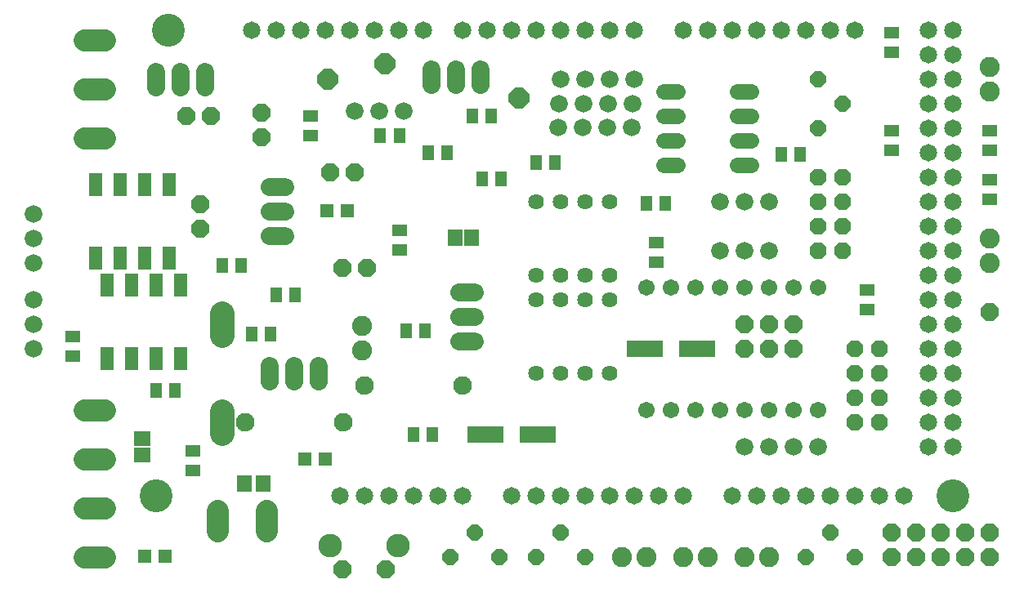
<source format=gts>
G75*
G70*
%OFA0B0*%
%FSLAX24Y24*%
%IPPOS*%
%LPD*%
%AMOC8*
5,1,8,0,0,1.08239X$1,22.5*
%
%ADD10C,0.0720*%
%ADD11C,0.0720*%
%ADD12R,0.0631X0.0513*%
%ADD13R,0.0513X0.0631*%
%ADD14C,0.0760*%
%ADD15C,0.0714*%
%ADD16C,0.1340*%
%ADD17R,0.0552X0.0552*%
%ADD18R,0.1458X0.0710*%
%ADD19OC8,0.0840*%
%ADD20C,0.0986*%
%ADD21OC8,0.0720*%
%ADD22OC8,0.0674*%
%ADD23C,0.0674*%
%ADD24R,0.0592X0.0671*%
%ADD25R,0.0592X0.0710*%
%ADD26R,0.0671X0.0592*%
%ADD27C,0.0965*%
%ADD28C,0.0820*%
%ADD29C,0.0905*%
%ADD30C,0.0640*%
%ADD31OC8,0.0640*%
%ADD32C,0.0640*%
%ADD33R,0.0552X0.0946*%
%ADD34OC8,0.0710*%
D10*
X007433Y016650D03*
X007433Y017650D03*
X007433Y018650D03*
X007433Y020150D03*
X007433Y021150D03*
X007433Y022150D03*
X020533Y026350D03*
X021533Y026350D03*
X022533Y026350D03*
X028833Y025700D03*
X028883Y026650D03*
X029883Y026650D03*
X029833Y025700D03*
X030833Y025700D03*
X030883Y026650D03*
X031883Y026650D03*
X031833Y025700D03*
X031933Y027650D03*
X030933Y027650D03*
X029933Y027650D03*
X028933Y027650D03*
X035433Y022650D03*
X036433Y022650D03*
X037433Y022650D03*
X037433Y020650D03*
X036433Y020650D03*
X035433Y020650D03*
X036433Y012650D03*
X037433Y012650D03*
X038433Y012650D03*
X039433Y012650D03*
D11*
X025453Y016950D02*
X024813Y016950D01*
X024813Y017950D02*
X025453Y017950D01*
X025453Y018950D02*
X024813Y018950D01*
X019083Y015970D02*
X019083Y015330D01*
X018083Y015330D02*
X018083Y015970D01*
X017083Y015970D02*
X017083Y015330D01*
X017063Y021250D02*
X017703Y021250D01*
X017703Y022250D02*
X017063Y022250D01*
X017063Y023250D02*
X017703Y023250D01*
X014433Y027330D02*
X014433Y027970D01*
X013433Y027970D02*
X013433Y027330D01*
X012433Y027330D02*
X012433Y027970D01*
X023683Y028070D02*
X023683Y027430D01*
X024683Y027430D02*
X024683Y028070D01*
X025683Y028070D02*
X025683Y027430D01*
D12*
X018733Y026144D03*
X018733Y025356D03*
X022383Y021494D03*
X022383Y020706D03*
X032833Y020994D03*
X032833Y020206D03*
X041433Y019044D03*
X041433Y018256D03*
X046433Y022756D03*
X046433Y023544D03*
X046433Y024756D03*
X046433Y025544D03*
X042433Y025544D03*
X042433Y024756D03*
X042433Y028756D03*
X042433Y029544D03*
X013933Y012494D03*
X013933Y011706D03*
X009033Y016356D03*
X009033Y017144D03*
D13*
X012440Y014950D03*
X013227Y014950D03*
X016340Y017250D03*
X017127Y017250D03*
X017340Y018850D03*
X018127Y018850D03*
X015927Y020050D03*
X015140Y020050D03*
X022640Y017400D03*
X023427Y017400D03*
X023727Y013150D03*
X022940Y013150D03*
X032440Y022600D03*
X033227Y022600D03*
X028727Y024250D03*
X027940Y024250D03*
X026527Y023600D03*
X025740Y023600D03*
X024327Y024650D03*
X023540Y024650D03*
X022377Y025350D03*
X021590Y025350D03*
X025340Y026150D03*
X026127Y026150D03*
X037940Y024600D03*
X038727Y024600D03*
D14*
X024933Y015150D03*
X020933Y015150D03*
X020083Y013650D03*
X016083Y013650D03*
D15*
X019933Y010650D03*
X020933Y010650D03*
X021933Y010650D03*
X022933Y010650D03*
X023933Y010650D03*
X024933Y010650D03*
X026933Y010650D03*
X027933Y010650D03*
X028933Y010650D03*
X029933Y010650D03*
X030933Y010650D03*
X031933Y010650D03*
X032933Y010650D03*
X033933Y010650D03*
X035933Y010650D03*
X036933Y010650D03*
X037933Y010650D03*
X038933Y010650D03*
X039933Y010650D03*
X040933Y010650D03*
X041933Y010650D03*
X042933Y010650D03*
X043933Y012650D03*
X043933Y013650D03*
X044933Y013650D03*
X044933Y012650D03*
X044933Y014650D03*
X043933Y014650D03*
X043933Y015650D03*
X043933Y016650D03*
X044933Y016650D03*
X044933Y015650D03*
X044933Y017650D03*
X043933Y017650D03*
X043933Y018650D03*
X043933Y019650D03*
X044933Y019650D03*
X044933Y018650D03*
X044933Y020650D03*
X043933Y020650D03*
X043933Y021650D03*
X044933Y021650D03*
X044933Y022650D03*
X043933Y022650D03*
X043933Y023650D03*
X044933Y023650D03*
X044933Y024650D03*
X043933Y024650D03*
X043933Y025650D03*
X043933Y026650D03*
X044933Y026650D03*
X044933Y025650D03*
X044933Y027650D03*
X043933Y027650D03*
X043933Y028650D03*
X043933Y029650D03*
X044933Y029650D03*
X044933Y028650D03*
X040933Y029650D03*
X039933Y029650D03*
X038933Y029650D03*
X037933Y029650D03*
X036933Y029650D03*
X035933Y029650D03*
X034933Y029650D03*
X033933Y029650D03*
X031933Y029650D03*
X030933Y029650D03*
X029933Y029650D03*
X028933Y029650D03*
X027933Y029650D03*
X026933Y029650D03*
X025933Y029650D03*
X024933Y029650D03*
X023333Y029650D03*
X022333Y029650D03*
X021333Y029650D03*
X020333Y029650D03*
X019333Y029650D03*
X018333Y029650D03*
X017333Y029650D03*
X016333Y029650D03*
D16*
X012933Y029650D03*
X012433Y010650D03*
X044933Y010650D03*
D17*
X020247Y022300D03*
X019420Y022300D03*
X019347Y012150D03*
X018520Y012150D03*
X012797Y008200D03*
X011970Y008200D03*
D18*
X025870Y013150D03*
X027996Y013150D03*
X032370Y016650D03*
X034496Y016650D03*
D19*
X027233Y026900D03*
X021783Y028300D03*
X019433Y027650D03*
D20*
X015133Y018103D02*
X015133Y017197D01*
X015133Y014103D02*
X015133Y013197D01*
D21*
X020043Y007660D03*
X021823Y007660D03*
X036433Y016650D03*
X037433Y016650D03*
X038433Y016650D03*
X038433Y017650D03*
X037433Y017650D03*
X036433Y017650D03*
X046433Y018150D03*
X046433Y009150D03*
X045433Y009150D03*
X044433Y009150D03*
X043433Y009150D03*
X042433Y009150D03*
X042433Y008150D03*
X043433Y008150D03*
X044433Y008150D03*
X045433Y008150D03*
X046433Y008150D03*
D22*
X041933Y013650D03*
X040933Y013650D03*
X040933Y014650D03*
X041933Y014650D03*
X041933Y015650D03*
X040933Y015650D03*
X040933Y016650D03*
X041933Y016650D03*
X040433Y020650D03*
X039433Y020650D03*
X039433Y021650D03*
X040433Y021650D03*
X040433Y022650D03*
X039433Y022650D03*
X039433Y023650D03*
X040433Y023650D03*
D23*
X039433Y019150D03*
X038433Y019150D03*
X037433Y019150D03*
X036433Y019150D03*
X035433Y019150D03*
X034433Y019150D03*
X033433Y019150D03*
X032433Y019150D03*
X032433Y014150D03*
X033433Y014150D03*
X034433Y014150D03*
X035433Y014150D03*
X036433Y014150D03*
X037433Y014150D03*
X038433Y014150D03*
X039433Y014150D03*
D24*
X025318Y021200D03*
X024649Y021200D03*
D25*
X016807Y011150D03*
X016059Y011150D03*
D26*
X011883Y012315D03*
X011883Y012985D03*
D27*
X019553Y008640D03*
X022313Y008640D03*
D28*
X031433Y008150D03*
X032433Y008150D03*
X033933Y008150D03*
X034933Y008150D03*
X036433Y008150D03*
X037433Y008150D03*
X020833Y016600D03*
X020833Y017600D03*
X046433Y020150D03*
X046433Y021150D03*
X046433Y027150D03*
X046433Y028150D03*
D29*
X010346Y008150D02*
X009521Y008150D01*
X009521Y010150D02*
X010346Y010150D01*
X010346Y012150D02*
X009521Y012150D01*
X009521Y014150D02*
X010346Y014150D01*
X014933Y010063D02*
X014933Y009238D01*
X016933Y009238D02*
X016933Y010063D01*
X010346Y025250D02*
X009521Y025250D01*
X009521Y027250D02*
X010346Y027250D01*
X010346Y029250D02*
X009521Y029250D01*
D30*
X033153Y027150D02*
X033713Y027150D01*
X033713Y026150D02*
X033153Y026150D01*
X033153Y025150D02*
X033713Y025150D01*
X033713Y024150D02*
X033153Y024150D01*
X036153Y024150D02*
X036713Y024150D01*
X036713Y025150D02*
X036153Y025150D01*
X036153Y026150D02*
X036713Y026150D01*
X036713Y027150D02*
X036153Y027150D01*
D31*
X039433Y027650D03*
X040433Y026650D03*
X039433Y025650D03*
X039933Y009150D03*
X038933Y008150D03*
X040933Y008150D03*
X029933Y008150D03*
X028933Y009150D03*
X027933Y008150D03*
X026433Y008150D03*
X025433Y009150D03*
X024433Y008150D03*
D32*
X027933Y015650D03*
X028933Y015650D03*
X029933Y015650D03*
X030933Y015650D03*
X030933Y018650D03*
X029933Y018650D03*
X028933Y018650D03*
X027933Y018650D03*
X027933Y019650D03*
X028933Y019650D03*
X029933Y019650D03*
X030933Y019650D03*
X030933Y022650D03*
X029933Y022650D03*
X028933Y022650D03*
X027933Y022650D03*
D33*
X013433Y019246D03*
X012433Y019246D03*
X011433Y019246D03*
X010433Y019246D03*
X009983Y020354D03*
X010983Y020354D03*
X011983Y020354D03*
X012983Y020354D03*
X012983Y023346D03*
X011983Y023346D03*
X010983Y023346D03*
X009983Y023346D03*
X010433Y016254D03*
X011433Y016254D03*
X012433Y016254D03*
X013433Y016254D03*
D34*
X020033Y019950D03*
X021033Y019950D03*
X020533Y023850D03*
X019533Y023850D03*
X016733Y025300D03*
X016733Y026300D03*
X014683Y026150D03*
X013683Y026150D03*
X014233Y022550D03*
X014233Y021550D03*
M02*

</source>
